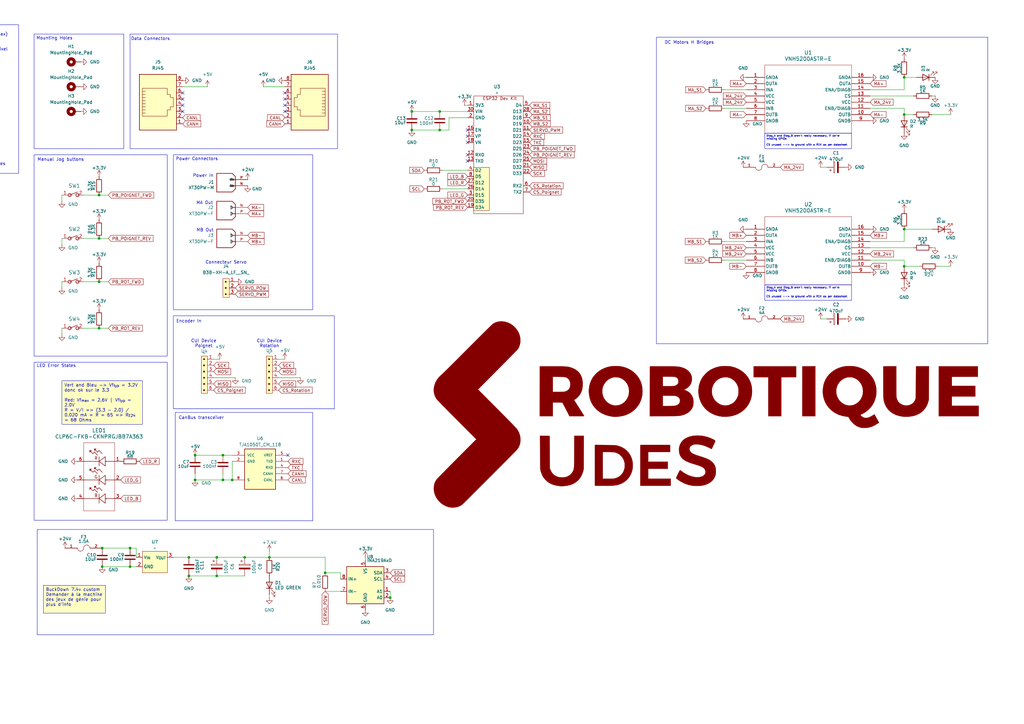
<source format=kicad_sch>
(kicad_sch (version 20231120) (generator "eeschema") (generator_version "8.0")
  (paper "A3")
  (junction (at 77.47 228.6))
  (junction (at 88.9 228.6))
  (junction (at 91.44 196.85))
  (junction (at 370.84 31.75))
  (junction (at 168.91 45.72))
  (junction (at 91.44 186.69))
  (junction (at 88.9 236.22))
  (junction (at 40.64 97.79))
  (junction (at 80.01 196.85))
  (junction (at 110.49 228.6))
  (junction (at 133.35 234.95))
  (junction (at 100.33 228.6))
  (junction (at 53.34 224.79))
  (junction (at 180.34 45.72))
  (junction (at 40.64 134.62))
  (junction (at 370.84 46.99))
  (junction (at 41.91 232.41))
  (junction (at 95.25 196.85))
  (junction (at 160.02 245.11))
  (junction (at 40.64 80.01))
  (junction (at 77.47 236.22))
  (junction (at 370.84 93.98))
  (junction (at 40.64 115.57))
  (junction (at 80.01 186.69))
  (junction (at 168.91 53.34))
  (junction (at 53.34 232.41))
  (junction (at 180.34 53.34))
  (junction (at 41.91 224.79))
  (junction (at 370.84 109.22))
  (no_connect (at 116.84 40.64))
  (no_connect (at 74.93 45.72))
  (no_connect (at 74.93 38.1))
  (no_connect (at 116.84 45.72))
  (no_connect (at 116.84 43.18))
  (no_connect (at 191.77 55.88))
  (no_connect (at 191.77 63.5))
  (no_connect (at 191.77 53.34))
  (no_connect (at 118.11 186.69))
  (no_connect (at 116.84 38.1))
  (no_connect (at 191.77 58.42))
  (no_connect (at 74.93 43.18))
  (no_connect (at 74.93 40.64))
  (no_connect (at 191.77 66.04))
  (wire (pts (xy 370.84 93.98) (xy 382.27 93.98)))
  (wire (pts (xy 116.84 147.32) (xy 114.3 147.32)))
  (wire (pts (xy 80.01 196.85) (xy 91.44 196.85)))
  (wire (pts (xy 184.15 48.26) (xy 184.15 53.34)))
  (wire (pts (xy 370.84 46.99) (xy 370.84 44.45)))
  (wire (pts (xy 123.19 154.94) (xy 114.3 154.94)))
  (wire (pts (xy 297.18 106.68) (xy 306.07 106.68)))
  (wire (pts (xy 53.34 224.79) (xy 55.88 224.79)))
  (wire (pts (xy 77.47 236.22) (xy 88.9 236.22)))
  (wire (pts (xy 91.44 186.69) (xy 95.25 186.69)))
  (wire (pts (xy 90.17 147.32) (xy 87.63 147.32)))
  (wire (pts (xy 40.64 134.62) (xy 34.29 134.62)))
  (wire (pts (xy 370.84 36.83) (xy 356.87 36.83)))
  (wire (pts (xy 41.91 232.41) (xy 53.34 232.41)))
  (wire (pts (xy 25.4 82.55) (xy 25.4 80.01)))
  (wire (pts (xy 370.84 106.68) (xy 356.87 106.68)))
  (wire (pts (xy 383.54 101.6) (xy 382.27 101.6)))
  (wire (pts (xy 110.49 245.11) (xy 110.49 243.84)))
  (wire (pts (xy 370.84 99.06) (xy 356.87 99.06)))
  (wire (pts (xy 297.18 36.83) (xy 306.07 36.83)))
  (wire (pts (xy 107.95 35.56) (xy 116.84 35.56)))
  (wire (pts (xy 297.18 44.45) (xy 306.07 44.45)))
  (wire (pts (xy 25.4 100.33) (xy 25.4 97.79)))
  (wire (pts (xy 74.93 35.56) (xy 85.09 35.56)))
  (wire (pts (xy 389.89 46.99) (xy 382.27 46.99)))
  (wire (pts (xy 95.25 189.23) (xy 95.25 196.85)))
  (wire (pts (xy 40.64 115.57) (xy 34.29 115.57)))
  (wire (pts (xy 370.84 109.22) (xy 377.19 109.22)))
  (wire (pts (xy 25.4 137.16) (xy 25.4 134.62)))
  (wire (pts (xy 383.54 39.37) (xy 382.27 39.37)))
  (wire (pts (xy 44.45 80.01) (xy 40.64 80.01)))
  (wire (pts (xy 139.7 237.49) (xy 139.7 234.95)))
  (wire (pts (xy 375.92 31.75) (xy 370.84 31.75)))
  (wire (pts (xy 184.15 48.26) (xy 191.77 48.26)))
  (wire (pts (xy 180.34 45.72) (xy 191.77 45.72)))
  (wire (pts (xy 139.7 234.95) (xy 133.35 234.95)))
  (wire (pts (xy 88.9 228.6) (xy 100.33 228.6)))
  (wire (pts (xy 40.64 97.79) (xy 44.45 97.79)))
  (wire (pts (xy 370.84 46.99) (xy 374.65 46.99)))
  (wire (pts (xy 53.34 232.41) (xy 55.88 232.41)))
  (wire (pts (xy 181.61 69.85) (xy 191.77 69.85)))
  (wire (pts (xy 370.84 93.98) (xy 370.84 99.06)))
  (wire (pts (xy 133.35 234.95) (xy 133.35 228.6)))
  (wire (pts (xy 110.49 226.06) (xy 110.49 228.6)))
  (wire (pts (xy 389.89 109.22) (xy 384.81 109.22)))
  (wire (pts (xy 168.91 53.34) (xy 180.34 53.34)))
  (wire (pts (xy 336.55 130.81) (xy 339.09 130.81)))
  (wire (pts (xy 133.35 242.57) (xy 139.7 242.57)))
  (wire (pts (xy 160.02 242.57) (xy 160.02 245.11)))
  (wire (pts (xy 100.33 228.6) (xy 110.49 228.6)))
  (wire (pts (xy 77.47 228.6) (xy 88.9 228.6)))
  (wire (pts (xy 80.01 194.31) (xy 80.01 196.85)))
  (wire (pts (xy 41.91 224.79) (xy 53.34 224.79)))
  (wire (pts (xy 55.88 224.79) (xy 55.88 228.6)))
  (wire (pts (xy 40.64 80.01) (xy 34.29 80.01)))
  (wire (pts (xy 44.45 115.57) (xy 40.64 115.57)))
  (wire (pts (xy 356.87 39.37) (xy 374.65 39.37)))
  (wire (pts (xy 91.44 194.31) (xy 91.44 196.85)))
  (wire (pts (xy 336.55 68.58) (xy 339.09 68.58)))
  (wire (pts (xy 356.87 101.6) (xy 374.65 101.6)))
  (wire (pts (xy 370.84 31.75) (xy 370.84 36.83)))
  (wire (pts (xy 110.49 228.6) (xy 133.35 228.6)))
  (wire (pts (xy 149.86 228.6) (xy 149.86 229.87)))
  (wire (pts (xy 71.12 228.6) (xy 77.47 228.6)))
  (wire (pts (xy 181.61 77.47) (xy 191.77 77.47)))
  (wire (pts (xy 168.91 45.72) (xy 180.34 45.72)))
  (wire (pts (xy 34.29 97.79) (xy 40.64 97.79)))
  (wire (pts (xy 25.4 118.11) (xy 25.4 115.57)))
  (wire (pts (xy 180.34 53.34) (xy 184.15 53.34)))
  (wire (pts (xy 88.9 236.22) (xy 100.33 236.22)))
  (wire (pts (xy 91.44 196.85) (xy 95.25 196.85)))
  (wire (pts (xy 297.18 99.06) (xy 306.07 99.06)))
  (wire (pts (xy 80.01 186.69) (xy 91.44 186.69)))
  (wire (pts (xy 96.52 154.94) (xy 87.63 154.94)))
  (wire (pts (xy 370.84 109.22) (xy 370.84 106.68)))
  (wire (pts (xy 370.84 44.45) (xy 356.87 44.45)))
  (wire (pts (xy 44.45 134.62) (xy 40.64 134.62)))
  (wire (pts (xy 190.5 43.18) (xy 191.77 43.18)))
  (rectangle (start 13.97 63.5) (end 68.58 146.05))
  (rectangle (start 53.34 13.97) (end 138.43 60.96))
  (rectangle (start 13.97 148.59) (end 68.58 213.36))
  (rectangle (start 15.24 217.17) (end 177.8 260.35))
  (rectangle (start 269.24 15.24) (end 405.13 140.97))
  (rectangle (start 71.12 63.5) (end 128.27 127))
  (rectangle (start 13.97 13.97) (end 50.8 60.96))
  (rectangle (start 71.882 169.164) (end 128.27 213.614))
  (rectangle (start 71.12 129.54) (end 137.16 167.64))
  (text_box "Vert and Bleu -> Vf_{typ} = 3.2V donc ok sur le 3.3\n\nRed: Vf_{max} = 2.6V | Vf_{typ} = 2.0V\nR = V/I => (3.3 - 2.0) / 0.020 mA = R = 65 => R_{E24} = 68 Ohms\n" (at 25.4 156.21 0) (size 33.02 17.78) (fill (type color) (color 255 255 194 1)) (effects (font (size 1.27 1.27)) (justify left top)))
  (text_box "Features:\n1 Servo motor bilda (Voltage 7.4V, 3A Max)\n - (x) Buck down 24v --> 7.4V 3A\n - (x) Fuse 5A avant reg et 3A après\n - (x) Possibilité de parler à un dynamixel\n\n2 DC Motor ServoCity:638350 (12V, 4A)\n - (x) 2x Full bridges VNH5200ASTR-E\n - (x) 2x CUI devices \n - (x) 2x Fuses 4A\n\nBouton de jog 4 (soft)\n - (x) Poignet left\n - (x) Poignet right\n - (x) Rot left\n - (x) Rot right\n\nStatus LED:\n - (x) Power (Bleu)\n - (x) Warning (Jaune)\n - (x) Error (Rouge)\n\n(x) Shield ESP32 CAN\n(x) Can trans: TJA1050\n(x) Ethernet In/Out\n(x) Mounting Holes\n\n( ) Ajouter des condos (Voir commentaires d'Émile)" (at -40.64 10.16 0) (size 48.26 60.96) (effects (font (size 1.27 1.27)) (justify left top)))
  (text_box "BuckDown 7.4v custom\nDemander à la machine des jeux de génie pour plus d'info" (at 17.78 240.03 0) (size 25.4 11.43) (fill (type color) (color 255 255 194 1)) (effects (font (size 1.27 1.27)) (justify left top)))
  (text_box "Diag_A and Diag_B aren't really necessary, if we're missing GPIOs\n\nCS unused --> to ground with a R1K as per datasheet " (at 313.69 116.84 0) (size 35.56 6.35) (effects (font (size 0.762 0.762)) (justify left top)))
  (text_box "Diag_A and Diag_B aren't really necessary, if we're missing GPIOs\n\nCS unused --> to ground with a R1K as per datasheet " (at 313.69 54.61 0) (size 35.56 6.35) (effects (font (size 0.762 0.762)) (justify left top)))
  (text "Data Connectors" (at 61.722 16.002 0) (effects (font (size 1.27 1.27))))
  (text "CanBus transceiver" (at 82.55 171.45 0) (effects (font (size 1.27 1.27))))
  (text "Connecteur Servo" (at 92.71 107.696 0) (effects (font (size 1.27 1.27))))
  (text "LED Error States" (at 23.114 150.114 0) (effects (font (size 1.27 1.27))))
  (text "Manual Jog buttons" (at 24.892 65.532 0) (effects (font (size 1.27 1.27))))
  (text "Power In\n" (at 87.63 72.136 0) (effects (font (size 1.27 1.27)) (justify right)))
  (text "MB Out" (at 87.63 94.488 0) (effects (font (size 1.27 1.27)) (justify right)))
  (text "CUI Device\nRotation" (at 110.49 140.97 0) (effects (font (size 1.27 1.27))))
  (text "DC Motors H Bridges" (at 282.702 17.526 0) (effects (font (size 1.27 1.27))))
  (text "CUI Device\nPoignet" (at 83.566 140.97 0) (effects (font (size 1.27 1.27))))
  (text "MA Out" (at 87.376 83.312 0) (effects (font (size 1.27 1.27)) (justify right)))
  (text "Encoder In" (at 77.47 131.826 0) (effects (font (size 1.27 1.27))))
  (text "Power Connectors" (at 80.772 65.278 0) (effects (font (size 1.27 1.27))))
  (text "Mounting Holes" (at 22.352 15.748 0) (effects (font (size 1.27 1.27))))
  (global_label "PB_ROT_FWD" (shape input) (at 191.77 82.55 180) (property "Intersheetrefs" "${INTERSHEET_REFS}" (effects (hide yes))))
  (global_label "MB-" (shape input) (at 356.87 109.22 0) (property "Intersheetrefs" "${INTERSHEET_REFS}" (effects (hide yes))))
  (global_label "MB-" (shape input) (at 101.6 96.52 0) (property "Intersheetrefs" "${INTERSHEET_REFS}" (effects (hide yes))))
  (global_label "MOSI" (shape input) (at 114.3 152.4 0) (property "Intersheetrefs" "${INTERSHEET_REFS}" (effects (hide yes))))
  (global_label "MA_24V" (shape input) (at 306.07 39.37 180) (property "Intersheetrefs" "${INTERSHEET_REFS}" (effects (hide yes))))
  (global_label "SCL" (shape input) (at 173.99 77.47 180) (property "Intersheetrefs" "${INTERSHEET_REFS}" (effects (hide yes))))
  (global_label "CS_Rotation" (shape input) (at 114.3 160.02 0) (property "Intersheetrefs" "${INTERSHEET_REFS}" (effects (hide yes))))
  (global_label "MA-" (shape input) (at 101.6 85.09 0) (property "Intersheetrefs" "${INTERSHEET_REFS}" (effects (hide yes))))
  (global_label "LED_R" (shape input) (at 57.15 189.23 0) (property "Intersheetrefs" "${INTERSHEET_REFS}" (effects (hide yes))))
  (global_label "MB_S2" (shape input) (at 289.56 106.68 180) (property "Intersheetrefs" "${INTERSHEET_REFS}" (effects (hide yes))))
  (global_label "SCK" (shape input) (at 217.17 71.12 0) (property "Intersheetrefs" "${INTERSHEET_REFS}" (effects (hide yes))))
  (global_label "MA_S1" (shape input) (at 217.17 43.18 0) (property "Intersheetrefs" "${INTERSHEET_REFS}" (effects (hide yes))))
  (global_label "PB_ROT_REV" (shape input) (at 191.77 85.09 180) (property "Intersheetrefs" "${INTERSHEET_REFS}" (effects (hide yes))))
  (global_label "MA_24V" (shape input) (at 320.04 68.58 0) (property "Intersheetrefs" "${INTERSHEET_REFS}" (effects (hide yes))))
  (global_label "PB_POIGNET_REV" (shape input) (at 44.45 97.79 0) (property "Intersheetrefs" "${INTERSHEET_REFS}" (effects (hide yes))))
  (global_label "MA+" (shape input) (at 356.87 34.29 0) (property "Intersheetrefs" "${INTERSHEET_REFS}" (effects (hide yes))))
  (global_label "PB_POIGNET_FWD" (shape input) (at 44.45 80.01 0) (property "Intersheetrefs" "${INTERSHEET_REFS}" (effects (hide yes))))
  (global_label "MOSI" (shape input) (at 217.17 66.04 0) (property "Intersheetrefs" "${INTERSHEET_REFS}" (effects (hide yes))))
  (global_label "SCK" (shape input) (at 87.63 149.86 0) (property "Intersheetrefs" "${INTERSHEET_REFS}" (effects (hide yes))))
  (global_label "SDA" (shape input) (at 173.99 69.85 180) (property "Intersheetrefs" "${INTERSHEET_REFS}" (effects (hide yes))))
  (global_label "CS_Poignet" (shape input) (at 217.17 78.74 0) (property "Intersheetrefs" "${INTERSHEET_REFS}" (effects (hide yes))))
  (global_label "LED_B" (shape input) (at 191.77 72.39 180) (property "Intersheetrefs" "${INTERSHEET_REFS}" (effects (hide yes))))
  (global_label "MA_24V" (shape input) (at 306.07 41.91 180) (property "Intersheetrefs" "${INTERSHEET_REFS}" (effects (hide yes))))
  (global_label "CANH" (shape input) (at 116.84 50.8 180) (property "Intersheetrefs" "${INTERSHEET_REFS}" (effects (hide yes))))
  (global_label "MB_24V" (shape input) (at 320.04 130.81 0) (property "Intersheetrefs" "${INTERSHEET_REFS}" (effects (hide yes))))
  (global_label "SERVO_POW" (shape input) (at 96.52 118.11 0) (property "Intersheetrefs" "${INTERSHEET_REFS}" (effects (hide yes))))
  (global_label "PB_ROT_FWD" (shape input) (at 44.45 115.57 0) (property "Intersheetrefs" "${INTERSHEET_REFS}" (effects (hide yes))))
  (global_label "PB_ROT_REV" (shape input) (at 44.45 134.62 0) (property "Intersheetrefs" "${INTERSHEET_REFS}" (effects (hide yes))))
  (global_label "MOSI" (shape input) (at 87.63 152.4 0) (property "Intersheetrefs" "${INTERSHEET_REFS}" (effects (hide yes))))
  (global_label "CANH" (shape input) (at 74.93 50.8 0) (property "Intersheetrefs" "${INTERSHEET_REFS}" (effects (hide yes))))
  (global_label "LED_B" (shape input) (at 49.53 204.47 0) (property "Intersheetrefs" "${INTERSHEET_REFS}" (effects (hide yes))))
  (global_label "CS_Poignet" (shape input) (at 87.63 160.02 0) (property "Intersheetrefs" "${INTERSHEET_REFS}" (effects (hide yes))))
  (global_label "SCL" (shape input) (at 160.02 237.49 0) (property "Intersheetrefs" "${INTERSHEET_REFS}" (effects (hide yes))))
  (global_label "MA+" (shape input) (at 101.6 87.63 0) (property "Intersheetrefs" "${INTERSHEET_REFS}" (effects (hide yes))))
  (global_label "CANL" (shape input) (at 118.11 196.85 0) (property "Intersheetrefs" "${INTERSHEET_REFS}" (effects (hide yes))))
  (global_label "MB_24V" (shape input) (at 356.87 104.14 0) (property "Intersheetrefs" "${INTERSHEET_REFS}" (effects (hide yes))))
  (global_label "RXC" (shape input) (at 217.17 55.88 0) (property "Intersheetrefs" "${INTERSHEET_REFS}" (effects (hide yes))))
  (global_label "MISO" (shape input) (at 217.17 68.58 0) (property "Intersheetrefs" "${INTERSHEET_REFS}" (effects (hide yes))))
  (global_label "CANH" (shape input) (at 118.11 194.31 0) (property "Intersheetrefs" "${INTERSHEET_REFS}" (effects (hide yes))))
  (global_label "MB_S1" (shape input) (at 217.17 48.26 0) (property "Intersheetrefs" "${INTERSHEET_REFS}" (effects (hide yes))))
  (global_label "MB_S1" (shape input) (at 289.56 99.06 180) (property "Intersheetrefs" "${INTERSHEET_REFS}" (effects (hide yes))))
  (global_label "MA_S2" (shape input) (at 217.17 45.72 0) (property "Intersheetrefs" "${INTERSHEET_REFS}" (effects (hide yes))))
  (global_label "MB-" (shape input) (at 306.07 109.22 180) (property "Intersheetrefs" "${INTERSHEET_REFS}" (effects (hide yes))))
  (global_label "LED_G" (shape input) (at 49.53 196.85 0) (property "Intersheetrefs" "${INTERSHEET_REFS}" (effects (hide yes))))
  (global_label "LED_G" (shape input) (at 191.77 80.01 180) (property "Intersheetrefs" "${INTERSHEET_REFS}" (effects (hide yes))))
  (global_label "PB_POIGNET_REV" (shape input) (at 217.17 63.5 0) (property "Intersheetrefs" "${INTERSHEET_REFS}" (effects (hide yes))))
  (global_label "CS_Rotation" (shape input) (at 217.17 76.2 0) (property "Intersheetrefs" "${INTERSHEET_REFS}" (effects (hide yes))))
  (global_label "SERVO_POW" (shape input) (at 133.35 242.57 270) (property "Intersheetrefs" "${INTERSHEET_REFS}" (effects (hide yes))))
  (global_label "MA-" (shape input) (at 356.87 46.99 0) (property "Intersheetrefs" "${INTERSHEET_REFS}" (effects (hide yes))))
  (global_label "CANL" (shape input) (at 116.84 48.26 180) (property "Intersheetrefs" "${INTERSHEET_REFS}" (effects (hide yes))))
  (global_label "MB_24V" (shape input) (at 306.07 101.6 180) (property "Intersheetrefs" "${INTERSHEET_REFS}" (effects (hide yes))))
  (global_label "SERVO_PWM" (shape input) (at 96.52 120.65 0) (property "Intersheetrefs" "${INTERSHEET_REFS}" (effects (hide yes))))
  (global_label "MB_S2" (shape input) (at 217.17 50.8 0) (property "Intersheetrefs" "${INTERSHEET_REFS}" (effects (hide yes))))
  (global_label "MA_24V" (shape input) (at 356.87 41.91 0) (property "Intersheetrefs" "${INTERSHEET_REFS}" (effects (hide yes))))
  (global_label "PB_POIGNET_FWD" (shape input) (at 217.17 60.96 0) (property "Intersheetrefs" "${INTERSHEET_REFS}" (effects (hide yes))))
  (global_label "MB+" (shape input) (at 306.07 96.52 180) (property "Intersheetrefs" "${INTERSHEET_REFS}" (effects (hide yes))))
  (global_label "MA+" (shape input) (at 306.07 34.29 180) (property "Intersheetrefs" "${INTERSHEET_REFS}" (effects (hide yes))))
  (global_label "MB+" (shape input) (at 101.6 99.06 0) (property "Intersheetrefs" "${INTERSHEET_REFS}" (effects (hide yes))))
  (global_label "RXC" (shape input) (at 118.11 189.23 0) (property "Intersheetrefs" "${INTERSHEET_REFS}" (effects (hide yes))))
  (global_label "MISO" (shape input) (at 87.63 157.48 0) (property "Intersheetrefs" "${INTERSHEET_REFS}" (effects (hide yes))))
  (global_label "MB_24V" (shape input) (at 306.07 104.14 180) (property "Intersheetrefs" "${INTERSHEET_REFS}" (effects (hide yes))))
  (global_label "MA_S2" (shape input) (at 289.56 44.45 180) (property "Intersheetrefs" "${INTERSHEET_REFS}" (effects (hide yes))))
  (global_label "SERVO_PWM" (shape input) (at 217.17 53.34 0) (property "Intersheetrefs" "${INTERSHEET_REFS}" (effects (hide yes))))
  (global_label "SDA" (shape input) (at 160.02 234.95 0) (property "Intersheetrefs" "${INTERSHEET_REFS}" (effects (hide yes))))
  (global_label "MISO" (shape input) (at 114.3 157.48 0) (property "Intersheetrefs" "${INTERSHEET_REFS}" (effects (hide yes))))
  (global_label "LED_R" (shape input) (at 191.77 74.93 180) (property "Intersheetrefs" "${INTERSHEET_REFS}" (effects (hide yes))))
  (global_label "CANL" (shape input) (at 74.93 48.26 0) (property "Intersheetrefs" "${INTERSHEET_REFS}" (effects (hide yes))))
  (global_label "TXC" (shape input) (at 217.17 58.42 0) (property "Intersheetrefs" "${INTERSHEET_REFS}" (effects (hide yes))))
  (global_label "MA_S1" (shape input) (at 289.56 36.83 180) (property "Intersheetrefs" "${INTERSHEET_REFS}" (effects (hide yes))))
  (global_label "TXC" (shape input) (at 118.11 191.77 0) (property "Intersheetrefs" "${INTERSHEET_REFS}" (effects (hide yes))))
  (global_label "SCK" (shape input) (at 114.3 149.86 0) (property "Intersheetrefs" "${INTERSHEET_REFS}" (effects (hide yes))))
  (global_label "MA-" (shape input) (at 306.07 46.99 180) (property "Intersheetrefs" "${INTERSHEET_REFS}" (effects (hide yes))))
  (global_label "MB+" (shape input) (at 356.87 96.52 0) (property "Intersheetrefs" "${INTERSHEET_REFS}" (effects (hide yes))))
  (symbol (lib_id "power:+3.3V") (at 40.64 90.17 0) (unit 1)
    (property "Reference" "#PWR045" (effects (hide yes)))
    (property "Value" "+3.3V" (at 40.64 86.614 0))
    (property "Description" "Power symbol creates a global label with name \"+3.3V\"" (effects (hide yes)))
  )
  (symbol (lib_id "power:+3.3V") (at 370.84 24.13 0) (unit 1)
    (property "Reference" "#PWR018" (effects (hide yes)))
    (property "Value" "+3.3V" (at 370.84 20.574 0))
    (property "Description" "Power symbol creates a global label with name \"+3.3V\"" (effects (hide yes)))
  )
  (symbol (lib_id "Connector:RJ45") (at 64.77 43.18 0) (unit 1)
    (property "Reference" "J5" (at 64.77 25.4 0))
    (property "Value" "RJ45" (at 64.77 27.94 0))
    (property "Footprint" "54601-908WPLF:AMPHENOL_54601-908WPLF" (effects (hide yes)))
    (property "Description" "RJ connector, 8P8C (8 positions 8 connected)" (effects (hide yes)))
  )
  (symbol (lib_id "Device:R") (at 40.64 111.76 0) (mirror x) (unit 1)
    (property "Reference" "R17" (at 38.354 111.76 90))
    (property "Value" "3.3K" (at 36.83 111.76 90))
    (property "Footprint" "Resistor_SMD:R_0805_2012Metric_Pad1.20x1.40mm_HandSolder" (effects (hide yes)))
    (property "Description" "Resistor" (effects (hide yes)))
  )
  (symbol (lib_id "Device:R") (at 378.46 46.99 270) (unit 1)
    (property "Reference" "R9" (at 378.46 50.546 90))
    (property "Value" "3.3K" (at 378.46 49.022 90))
    (property "Footprint" "Resistor_SMD:R_0805_2012Metric_Pad1.20x1.40mm_HandSolder" (effects (hide yes)))
    (property "Description" "Resistor" (effects (hide yes)))
  )
  (symbol (lib_id "power:GND") (at 383.54 39.37 0) (unit 1)
    (property "Reference" "#PWR012" (effects (hide yes)))
    (property "Value" "GND" (at 381.508 43.18 0) (effects (justify left)))
    (property "Description" "Power symbol creates a global label with name \"GND\" , ground" (effects (hide yes)))
  )
  (symbol (lib_id "Device:C") (at 168.91 49.53 0) (unit 1)
    (property "Reference" "C13" (at 162.56 48.514 0) (effects (justify left)))
    (property "Value" "10uF" (at 161.798 50.292 0) (effects (justify left)))
    (property "Footprint" "Capacitor_SMD:C_0805_2012Metric_Pad1.18x1.45mm_HandSolder" (effects (hide yes)))
    (property "Description" "Unpolarized capacitor" (effects (hide yes)))
  )
  (symbol (lib_id "power:GND") (at 31.75 204.47 270) (unit 1)
    (property "Reference" "#PWR034" (effects (hide yes)))
    (property "Value" "GND" (at 27.94 204.4699 90) (effects (justify right)))
    (property "Description" "Power symbol creates a global label with name \"GND\" , ground" (effects (hide yes)))
  )
  (symbol (lib_id "power:GND") (at 80.01 196.85 0) (unit 1)
    (property "Reference" "#PWR019" (effects (hide yes)))
    (property "Value" "GND" (at 82.55 198.1199 0) (effects (justify left)))
    (property "Description" "Power symbol creates a global label with name \"GND\" , ground" (effects (hide yes)))
  )
  (symbol (lib_id "Device:R") (at 133.35 238.76 180) (unit 1)
    (property "Reference" "R7" (at 129.032 241.3 90) (effects (justify right)))
    (property "Value" "0.010" (at 130.81 241.3 90) (effects (justify right)))
    (property "Footprint" "Resistor_SMD:R_1206_3216Metric_Pad1.30x1.75mm_HandSolder" (effects (hide yes)))
    (property "Description" "Resistor" (effects (hide yes)))
  )
  (symbol (lib_id "Device:R") (at 110.49 232.41 0) (unit 1)
    (property "Reference" "R20" (at 114.046 232.41 90))
    (property "Value" "1K" (at 112.522 232.41 90))
    (property "Footprint" "Resistor_SMD:R_0805_2012Metric_Pad1.20x1.40mm_HandSolder" (effects (hide yes)))
    (property "Description" "Resistor" (effects (hide yes)))
  )
  (symbol (lib_id "VNH5200ASTR_E:VNH5200ASTR-E") (at 306.07 31.75 0) (unit 1)
    (property "Reference" "U1" (at 331.47 21.59 0) (effects (font (size 1.524 1.524))))
    (property "Value" "VNH5200ASTR-E" (at 331.47 24.13 0) (effects (font (size 1.524 1.524))))
    (property "Footprint" "VNH5200ASTR_E:SO_200AS-E_STM" (effects (hide yes)))
    (property "Datasheet" "VNH5200ASTR-E" (effects (hide yes)))
  )
  (symbol (lib_id "Device:R") (at 381 109.22 270) (unit 1)
    (property "Reference" "R24" (at 381 112.776 90))
    (property "Value" "3.3K" (at 381 111.252 90))
    (property "Footprint" "Resistor_SMD:R_0805_2012Metric_Pad1.20x1.40mm_HandSolder" (effects (hide yes)))
    (property "Description" "Resistor" (effects (hide yes)))
  )
  (symbol (lib_id "Device:C") (at 91.44 190.5 0) (unit 1)
    (property "Reference" "C3" (at 86.36 189.484 0) (effects (justify left)))
    (property "Value" "100nf" (at 83.058 191.262 0) (effects (justify left)))
    (property "Footprint" "Capacitor_SMD:C_0805_2012Metric_Pad1.18x1.45mm_HandSolder" (effects (hide yes)))
    (property "Description" "Unpolarized capacitor" (effects (hide yes)))
  )
  (symbol (lib_id "power:GND") (at 306.07 31.75 270) (unit 1)
    (property "Reference" "#PWR01" (effects (hide yes)))
    (property "Value" "GND" (at 304.8 27.94 90))
    (property "Description" "Power symbol creates a global label with name \"GND\" , ground" (effects (hide yes)))
  )
  (symbol (lib_id "Device:C_Polarized") (at 88.9 232.41 0) (unit 1)
    (property "Reference" "C6" (at 95.25 232.41 90))
    (property "Value" "100uF" (at 92.71 232.41 90))
    (property "Footprint" "Capacitor_THT:CP_Radial_D5.0mm_P2.00mm" (effects (hide yes)))
    (property "Description" "ESK107M025AC3AA" (effects (hide yes)))
  )
  (symbol (lib_id "Sensor_Energy:INA219AxD") (at 149.86 240.03 0) (unit 1)
    (property "Reference" "U8" (at 150.368 228.346 0) (effects (justify left)))
    (property "Value" "INA219AxD" (at 150.5301 229.87 0) (effects (justify left)))
    (property "Footprint" "Package_SO:SOIC-8_3.9x4.9mm_P1.27mm" (effects (hide yes)))
    (property "Datasheet" "http://www.ti.com/lit/ds/symlink/ina219.pdf" (effects (hide yes)))
    (property "Description" "Zero-Drift, Bidirectional Current/Power Monitor (0-26V) With I2C Interface, SOIC-8" (effects (hide yes)))
  )
  (symbol (lib_id "Device:R") (at 40.64 93.98 180) (unit 1)
    (property "Reference" "R16" (at 36.83 93.98 90))
    (property "Value" "3.3K" (at 38.354 93.98 90))
    (property "Footprint" "Resistor_SMD:R_0805_2012Metric_Pad1.20x1.40mm_HandSolder" (effects (hide yes)))
    (property "Description" "Resistor" (effects (hide yes)))
  )
  (symbol (lib_id "power:+7.5V") (at 80.01 186.69 0) (unit 1)
    (property "Reference" "#PWR052" (effects (hide yes)))
    (property "Value" "+5V" (at 80.01 183.134 0))
    (property "Description" "Power symbol creates a global label with name \"+7.5V\"" (effects (hide yes)))
  )
  (symbol (lib_id "Device:LED") (at 110.49 240.03 90) (unit 1)
    (property "Reference" "D1" (at 112.776 239.014 90) (effects (justify right)))
    (property "Value" "LED GREEN" (at 112.776 241.046 90) (effects (justify right)))
    (property "Footprint" "LED_SMD:LED_0805_2012Metric_Pad1.15x1.40mm_HandSolder" (effects (hide yes)))
    (property "Datasheet" "https://www.we-online.com/components/products/datasheet/150080VS75000.pdf" (effects (hide yes)))
    (property "Description" "Light emitting diode | 150080VS75000" (effects (hide yes)))
  )
  (symbol (lib_id "Device:R") (at 40.64 130.81 0) (mirror x) (unit 1)
    (property "Reference" "R18" (at 38.354 130.81 90))
    (property "Value" "3.3K" (at 36.83 130.81 90))
    (property "Footprint" "Resistor_SMD:R_0805_2012Metric_Pad1.20x1.40mm_HandSolder" (effects (hide yes)))
    (property "Description" "Resistor" (effects (hide yes)))
  )
  (symbol (lib_id "2024-03-24_22-35-17:TS09-63-25-WT-160-SMT-TR") (at 24.13 134.62 0) (unit 1)
    (property "Reference" "SW4" (at 30.48 130.81 0) (effects (font (size 1.524 1.524))))
    (property "Value" "TS09-63-25-WT-160-SMT-TR" (effects (hide yes)))
    (property "Footprint" "TS09_63_25_WT_160_SMT_TR:SW_TS09-63-25_CUD" (effects (hide yes)))
    (property "Datasheet" "TS09-63-25-WT-160-SMT-TR" (effects (hide yes)))
  )
  (symbol (lib_id "power:GND") (at 160.02 245.11 0) (unit 1)
    (property "Reference" "#PWR064" (effects (hide yes)))
    (property "Value" "GND" (at 160.02 250.19 0))
    (property "Description" "Power symbol creates a global label with name \"GND\" , ground" (effects (hide yes)))
  )
  (symbol (lib_id "power:+24V") (at 26.67 224.79 0) (unit 1)
    (property "Reference" "#PWR066" (effects (hide yes)))
    (property "Value" "+24V" (at 26.67 220.98 0))
    (property "Description" "Power symbol creates a global label with name \"+24V\"" (effects (hide yes)))
  )
  (symbol (lib_id "power:GND") (at 33.02 45.72 90) (unit 1)
    (property "Reference" "#PWR024" (effects (hide yes)))
    (property "Value" "GND" (at 36.83 45.7199 90) (effects (justify right)))
    (property "Description" "Power symbol creates a global label with name \"GND\" , ground" (effects (hide yes)))
  )
  (symbol (lib_id "Device:R") (at 293.37 44.45 90) (unit 1)
    (property "Reference" "R2" (at 293.37 40.894 90))
    (property "Value" "1K" (at 293.37 42.418 90))
    (property "Footprint" "Resistor_SMD:R_0805_2012Metric_Pad1.20x1.40mm_HandSolder" (effects (hide yes)))
    (property "Description" "Resistor" (effects (hide yes)))
  )
  (symbol (lib_id "power:+3.3V") (at 190.5 43.18 0) (unit 1)
    (property "Reference" "#PWR043" (effects (hide yes)))
    (property "Value" "+3.3V" (at 190.5 39.624 0))
    (property "Description" "Power symbol creates a global label with name \"+3.3V\"" (effects (hide yes)))
  )
  (symbol (lib_id "power:GND") (at 306.07 111.76 0) (unit 1)
    (property "Reference" "#PWR07" (effects (hide yes)))
    (property "Value" "GND" (at 308.61 113.0299 0) (effects (justify left)))
    (property "Description" "Power symbol creates a global label with name \"GND\" , ground" (effects (hide yes)))
  )
  (symbol (lib_id "power:+24V") (at 304.8 68.58 0) (unit 1)
    (property "Reference" "#PWR040" (effects (hide yes)))
    (property "Value" "+24V" (at 304.8 64.77 0))
    (property "Description" "Power symbol creates a global label with name \"+24V\"" (effects (hide yes)))
  )
  (symbol (lib_id "power:+5V") (at 85.09 35.56 0) (unit 1)
    (property "Reference" "#PWR025" (effects (hide yes)))
    (property "Value" "+5V" (at 85.09 30.48 0))
    (property "Description" "Power symbol creates a global label with name \"+5V\"" (effects (hide yes)))
  )
  (symbol (lib_id "Custom:JST6_Pins") (at 111.76 146.05 270) (unit 1)
    (property "Reference" "U5" (at 110.49 143.764 90))
    (property "Value" "~" (at 110.49 144.78 90))
    (property "Footprint" "Connector_JST:JST_XH_B6B-XH-AM_1x06_P2.50mm_Vertical" (effects (hide yes)))
  )
  (symbol (lib_id "Device:LED") (at 370.84 50.8 90) (unit 1)
    (property "Reference" "D2" (at 373.126 49.784 90) (effects (justify right)))
    (property "Value" "R" (at 373.126 51.816 90) (effects (justify right)))
    (property "Footprint" "LED_SMD:LED_0805_2012Metric_Pad1.15x1.40mm_HandSolder" (effects (hide yes)))
    (property "Datasheet" "https://www.we-online.com/components/products/datasheet/150080VS75000.pdf" (effects (hide yes)))
    (property "Description" "Light emitting diode | 150080VS75000" (effects (hide yes)))
  )
  (symbol (lib_id "power:+5V") (at 107.95 35.56 0) (unit 1)
    (property "Reference" "#PWR041" (effects (hide yes)))
    (property "Value" "+5V" (at 107.95 30.48 0))
    (property "Description" "Power symbol creates a global label with name \"+5V\"" (effects (hide yes)))
  )
  (symbol (lib_id "Device:R") (at 378.46 39.37 90) (unit 1)
    (property "Reference" "R5" (at 378.46 35.814 90))
    (property "Value" "1K" (at 378.46 37.338 90))
    (property "Footprint" "Resistor_SMD:R_0805_2012Metric_Pad1.20x1.40mm_HandSolder" (effects (hide yes)))
    (property "Description" "Resistor" (effects (hide yes)))
  )
  (symbol (lib_id "Device:R") (at 177.8 69.85 90) (unit 1)
    (property "Reference" "R10" (at 177.8 66.04 90))
    (property "Value" "0" (at 177.8 67.818 90))
    (property "Footprint" "Resistor_SMD:R_0805_2012Metric_Pad1.20x1.40mm_HandSolder" (effects (hide yes)))
    (property "Description" "Resistor" (effects (hide yes)))
  )
  (symbol (lib_id "power:GND") (at 149.86 250.19 0) (unit 1)
    (property "Reference" "#PWR063" (effects (hide yes)))
    (property "Value" "GND" (at 149.86 255.27 0))
    (property "Description" "Power symbol creates a global label with name \"GND\" , ground" (effects (hide yes)))
  )
  (symbol (lib_id "power:GND") (at 96.52 115.57 90) (unit 1)
    (property "Reference" "#PWR015" (effects (hide yes)))
    (property "Value" "GND" (at 100.33 115.5699 90) (effects (justify right)))
    (property "Description" "Power symbol creates a global label with name \"GND\" , ground" (effects (hide yes)))
  )
  (symbol (lib_id "XT30PW-F:XT30PW-F") (at 96.52 87.63 0) (mirror x) (unit 1)
    (property "Reference" "J2" (at 87.63 85.0899 0) (effects (justify right)))
    (property "Value" "XT30PW-F" (at 87.63 87.6299 0) (effects (justify right)))
    (property "Footprint" "XT30PW-F:AMASS_XT30PW-F" (effects (hide yes)))
    (property "MF" "amass" (effects (hide yes)))
    (property "MAXIMUM_PACKAGE_HEIGHT" "5 mm" (effects (hide yes)))
    (property "Package" "None" (effects (hide yes)))
    (property "Price" "None" (effects (hide yes)))
    (property "Check_prices" "https://www.snapeda.com/parts/XT30PW-F/AMASS/view-part/?ref=eda" (effects (hide yes)))
    (property "STANDARD" "Manufacturer Recommendations" (effects (hide yes)))
    (property "PARTREV" "1.2" (effects (hide yes)))
    (property "SnapEDA_Link" "https://www.snapeda.com/parts/XT30PW-F/AMASS/view-part/?ref=snap" (effects (hide yes)))
    (property "MP" "XT30PW-F" (effects (hide yes)))
    (property "Description_1" "\nSocket; DC supply; XT30; female; PIN: 2; on PCBs; THT; yellow; 15A\n" (effects (hide yes)))
    (property "MANUFACTURER" "Amass" (effects (hide yes)))
    (property "Availability" "Not in stock" (effects (hide yes)))
    (property "SNAPEDA_PN" "XT30PW-F" (effects (hide yes)))
  )
  (symbol (lib_id "Custom:REG_7.4V") (at 63.5 226.06 0) (unit 1)
    (property "Reference" "U7" (at 63.5 222.25 0))
    (property "Value" "~" (at 63.5 224.79 0))
    (property "Footprint" "Custom:REG_7.4V" (effects (hide yes)))
    (property "Description" "Regulateur 7.4V, 3A, 6s. Fait par Émile Renaud (Promo 66)" (effects (hide yes)))
  )
  (symbol (lib_id "Custom:BK30-200-SI") (at 312.42 128.27 0) (unit 1)
    (property "Reference" "F2" (at 312.42 126.492 0))
    (property "Value" "4A" (at 312.42 128.27 0))
    (property "Footprint" "Custom:3425L200_60MR" (effects (hide yes)))
    (property "Description" "3425L200/60MR" (effects (hide yes)))
  )
  (symbol (lib_id "power:+3.3V") (at 370.84 86.36 0) (unit 1)
    (property "Reference" "#PWR055" (effects (hide yes)))
    (property "Value" "+3.3V" (at 370.84 82.804 0))
    (property "Description" "Power symbol creates a global label with name \"+3.3V\"" (effects (hide yes)))
  )
  (symbol (lib_id "Device:C") (at 53.34 228.6 0) (unit 1)
    (property "Reference" "C9" (at 48.26 227.584 0) (effects (justify left)))
    (property "Value" "100nf" (at 44.958 229.362 0) (effects (justify left)))
    (property "Footprint" "Capacitor_SMD:C_0805_2012Metric_Pad1.18x1.45mm_HandSolder" (effects (hide yes)))
    (property "Description" "Unpolarized capacitor" (effects (hide yes)))
  )
  (symbol (lib_id "Connector:RJ45") (at 127 43.18 0) (mirror y) (unit 1)
    (property "Reference" "J6" (at 127 25.4 0))
    (property "Value" "RJ45" (at 127 27.94 0))
    (property "Footprint" "54601-908WPLF:AMPHENOL_54601-908WPLF" (effects (hide yes)))
    (property "Description" "RJ connector, 8P8C (8 positions 8 connected)" (effects (hide yes)))
  )
  (symbol (lib_id "power:+7.5V") (at 110.49 226.06 0) (unit 1)
    (property "Reference" "#PWR038" (effects (hide yes)))
    (property "Value" "+7.4V" (at 110.49 222.504 0))
    (property "Description" "Power symbol creates a global label with name \"+7.5V\"" (effects (hide yes)))
  )
  (symbol (lib_id "Device:R") (at 293.37 36.83 90) (unit 1)
    (property "Reference" "R1" (at 293.37 33.274 90))
    (property "Value" "1K" (at 293.37 34.798 90))
    (property "Footprint" "Resistor_SMD:R_0805_2012Metric_Pad1.20x1.40mm_HandSolder" (effects (hide yes)))
    (property "Description" "Resistor" (effects (hide yes)))
  )
  (symbol (lib_id "Device:C") (at 180.34 49.53 0) (unit 1)
    (property "Reference" "C12" (at 173.99 48.514 0) (effects (justify left)))
    (property "Value" "100nF" (at 171.958 50.546 0) (effects (justify left)))
    (property "Footprint" "Capacitor_SMD:C_0805_2012Metric_Pad1.18x1.45mm_HandSolder" (effects (hide yes)))
    (property "Description" "Unpolarized capacitor" (effects (hide yes)))
  )
  (symbol (lib_id "TJA1050T_CM_118:TJA1050T_CM_118") (at 106.68 191.77 0) (unit 1)
    (property "Reference" "U6" (at 106.68 179.832 0))
    (property "Value" "TJA1050T_CM_118" (at 106.68 182.372 0))
    (property "Footprint" "TJA1050T_CM_118:SOIC127P600X175-8N" (effects (hide yes)))
    (property "PARTREV" "4" (effects (hide yes)))
    (property "STANDARD" "IPC 7351B" (effects (hide yes)))
    (property "MAXIMUM_PACKAGE_HEIGHT" "1.75 mm" (effects (hide yes)))
    (property "MANUFACTURER" "NXP USA" (effects (hide yes)))
  )
  (symbol (lib_id "Mechanical:MountingHole_Pad") (at 30.48 25.4 90) (unit 1) (exclude_from_sim yes) (in_bom no)
    (property "Reference" "H1" (at 29.21 19.05 90))
    (property "Value" "MountingHole_Pad" (at 29.21 21.59 90))
    (property "Footprint" "MountingHole:MountingHole_3.2mm_M3_DIN965_Pad_TopBottom" (effects (hide yes)))
    (property "Description" "Mounting Hole with connection" (effects (hide yes)))
  )
  (symbol (lib_id "power:+7.5V") (at 116.84 147.32 0) (unit 1)
    (property "Reference" "#PWR051" (effects (hide yes)))
    (property "Value" "+5V" (at 116.84 143.764 0))
    (property "Description" "Power symbol creates a global label with name \"+7.5V\"" (effects (hide yes)))
  )
  (symbol (lib_id "power:+3.3V") (at 40.64 72.39 0) (unit 1)
    (property "Reference" "#PWR044" (effects (hide yes)))
    (property "Value" "+3.3V" (at 40.64 68.834 0))
    (property "Description" "Power symbol creates a global label with name \"+3.3V\"" (effects (hide yes)))
  )
  (symbol (lib_id "XT30PW-M:XT30PW-M") (at 96.52 73.66 0) (unit 1)
    (property "Reference" "J1" (at 86.614 74.676 0))
    (property "Value" "XT30PW-M" (at 82.55 76.962 0))
    (property "Footprint" "XT30PW-M:AMASS_XT30PW-M" (effects (hide yes)))
    (property "MF" "AMASS" (effects (hide yes)))
    (property "MAXIMUM_PACKAGE_HEIGHT" "5 mm" (effects (hide yes)))
    (property "Package" "None" (effects (hide yes)))
    (property "Price" "None" (effects (hide yes)))
    (property "Check_prices" "https://www.snapeda.com/parts/XT30PW-M/AMASS/view-part/?ref=eda" (effects (hide yes)))
    (property "STANDARD" "Manufacturer Recommendations" (effects (hide yes)))
    (property "PARTREV" "1.2" (effects (hide yes)))
    (property "SnapEDA_Link" "https://www.snapeda.com/parts/XT30PW-M/AMASS/view-part/?ref=snap" (effects (hide yes)))
    (property "MP" "XT30PW-M" (effects (hide yes)))
    (property "Description_1" "\nSocket; DC supply; XT30; male; PIN: 2; on PCBs; THT; Colour: yellow\n" (effects (hide yes)))
    (property "MANUFACTURER" "Amass" (effects (hide yes)))
    (property "Availability" "Not in stock" (effects (hide yes)))
    (property "SNAPEDA_PN" "XT30PW-M" (effects (hide yes)))
  )
  (symbol (lib_id "power:GND") (at 370.84 54.61 0) (unit 1)
    (property "Reference" "#PWR058" (effects (hide yes)))
    (property "Value" "GND" (at 370.84 59.69 0))
    (property "Description" "Power symbol creates a global label with name \"GND\" , ground" (effects (hide yes)))
  )
  (symbol (lib_id "power:GND") (at 346.71 130.81 90) (unit 1)
    (property "Reference" "#PWR011" (effects (hide yes)))
    (property "Value" "GND" (at 350.52 130.8099 90) (effects (justify right)))
    (property "Description" "Power symbol creates a global label with name \"GND\" , ground" (effects (hide yes)))
  )
  (symbol (lib_id "Custom:ESP32-DEVKIT") (at 204.47 39.37 0) (unit 1)
    (property "Reference" "U3" (at 203.835 35.56 0))
    (property "Value" "~" (at 203.835 38.1 0))
    (property "Footprint" "ESP32-DEVKIT-V1:MODULE_ESP32_DEVKIT_V1" (effects (hide yes)))
  )
  (symbol (lib_id "power:+5V") (at 90.17 147.32 0) (unit 1)
    (property "Reference" "#PWR050" (effects (hide yes)))
    (property "Value" "+5V" (at 90.17 142.24 0))
    (property "Description" "Power symbol creates a global label with name \"+5V\"" (effects (hide yes)))
  )
  (symbol (lib_id "Device:R") (at 40.64 76.2 0) (unit 1)
    (property "Reference" "R15" (at 38.354 76.2 90))
    (property "Value" "3.3K" (at 36.83 76.2 90))
    (property "Footprint" "Resistor_SMD:R_0805_2012Metric_Pad1.20x1.40mm_HandSolder" (effects (hide yes)))
    (property "Description" "Resistor" (effects (hide yes)))
  )
  (symbol (lib_id "Custom:BK30-200-SI") (at 34.29 222.25 0) (unit 1)
    (property "Reference" "F3" (at 34.29 220.218 0))
    (property "Value" "1.5A" (at 34.29 221.996 0))
    (property "Footprint" "Fuse:Fuse_1812_4532Metric_Pad1.30x3.40mm_HandSolder" (effects (hide yes)))
    (property "Description" "SMD1812B075TF/33" (effects (hide yes)))
  )
  (symbol (lib_id "2024-03-24_22-35-17:TS09-63-25-WT-160-SMT-TR") (at 24.13 97.79 0) (unit 1)
    (property "Reference" "SW2" (at 30.48 93.98 0) (effects (font (size 1.524 1.524))))
    (property "Value" "TS09-63-25-WT-160-SMT-TR" (effects (hide yes)))
    (property "Footprint" "TS09_63_25_WT_160_SMT_TR:SW_TS09-63-25_CUD" (effects (hide yes)))
    (property "Datasheet" "TS09-63-25-WT-160-SMT-TR" (effects (hide yes)))
  )
  (symbol (lib_id "2024-03-24_22-35-17:TS09-63-25-WT-160-SMT-TR") (at 24.13 115.57 0) (unit 1)
    (property "Reference" "SW3" (at 30.48 111.76 0) (effects (font (size 1.524 1.524))))
    (property "Value" "TS09-63-25-WT-160-SMT-TR" (effects (hide yes)))
    (property "Footprint" "TS09_63_25_WT_160_SMT_TR:SW_TS09-63-25_CUD" (effects (hide yes)))
    (property "Datasheet" "TS09-63-25-WT-160-SMT-TR" (effects (hide yes)))
  )
  (symbol (lib_id "power:+24V") (at 336.55 130.81 0) (unit 1)
    (property "Reference" "#PWR010" (effects (hide yes)))
    (property "Value" "+24V" (at 336.55 127 0))
    (property "Description" "Power symbol creates a global label with name \"+24V\"" (effects (hide yes)))
  )
  (symbol (lib_id "power:GND") (at 306.07 93.98 270) (unit 1)
    (property "Reference" "#PWR04" (effects (hide yes)))
    (property "Value" "GND" (at 304.8 90.17 90))
    (property "Description" "Power symbol creates a global label with name \"GND\" , ground" (effects (hide yes)))
  )
  (symbol (lib_id "power:GND") (at 77.47 236.22 0) (unit 1)
    (property "Reference" "#PWR037" (effects (hide yes)))
    (property "Value" "GND" (at 77.47 241.3 0))
    (property "Description" "Power symbol creates a global label with name \"GND\" , ground" (effects (hide yes)))
  )
  (symbol (lib_id "Device:LED") (at 386.08 93.98 180) (unit 1)
    (property "Reference" "D5" (at 385.064 91.694 90) (effects (justify right)))
    (property "Value" "R" (at 387.096 91.694 90) (effects (justify right)))
    (property "Footprint" "LED_SMD:LED_0805_2012Metric_Pad1.15x1.40mm_HandSolder" (effects (hide yes)))
    (property "Datasheet" "https://www.we-online.com/components/products/datasheet/150080SS75000.pdf" (effects (hide yes)))
    (property "Description" "Light emitting diode | 150080SS75000" (effects (hide yes)))
  )
  (symbol (lib_id "power:GND") (at 356.87 31.75 90) (unit 1)
    (property "Reference" "#PWR08" (effects (hide yes)))
    (property "Value" "GND" (at 360.68 31.7499 90) (effects (justify right)))
    (property "Description" "Power symbol creates a global label with name \"GND\" , ground" (effects (hide yes)))
  )
  (symbol (lib_id "Device:R") (at 293.37 99.06 90) (unit 1)
    (property "Reference" "R3" (at 293.37 95.504 90))
    (property "Value" "1K" (at 293.37 97.028 90))
    (property "Footprint" "Resistor_SMD:R_0805_2012Metric_Pad1.20x1.40mm_HandSolder" (effects (hide yes)))
    (property "Description" "Resistor" (effects (hide yes)))
  )
  (symbol (lib_id "XT30PW-F:XT30PW-F") (at 96.52 99.06 0) (mirror x) (unit 1)
    (property "Reference" "J3" (at 87.63 96.5199 0) (effects (justify right)))
    (property "Value" "XT30PW-F" (at 87.63 99.0599 0) (effects (justify right)))
    (property "Footprint" "XT30PW-F:AMASS_XT30PW-F" (effects (hide yes)))
    (property "MF" "amass" (effects (hide yes)))
    (property "MAXIMUM_PACKAGE_HEIGHT" "5 mm" (effects (hide yes)))
    (property "Package" "None" (effects (hide yes)))
    (property "Price" "None" (effects (hide yes)))
    (property "Check_prices" "https://www.snapeda.com/parts/XT30PW-F/AMASS/view-part/?ref=eda" (effects (hide yes)))
    (property "STANDARD" "Manufacturer Recommendations" (effects (hide yes)))
    (property "PARTREV" "1.2" (effects (hide yes)))
    (property "SnapEDA_Link" "https://www.snapeda.com/parts/XT30PW-F/AMASS/view-part/?ref=snap" (effects (hide yes)))
    (property "MP" "XT30PW-F" (effects (hide yes)))
    (property "Description_1" "\nSocket; DC supply; XT30; female; PIN: 2; on PCBs; THT; yellow; 15A\n" (effects (hide yes)))
    (property "MANUFACTURER" "Amass" (effects (hide yes)))
    (property "Availability" "Not in stock" (effects (hide yes)))
    (property "SNAPEDA_PN" "XT30PW-F" (effects (hide yes)))
  )
  (symbol (lib_id "Device:C_Polarized") (at 100.33 232.41 0) (unit 1)
    (property "Reference" "C8" (at 106.68 232.41 90))
    (property "Value" "100uF" (at 104.14 232.41 90))
    (property "Footprint" "Capacitor_THT:CP_Radial_D5.0mm_P2.00mm" (effects (hide yes)))
    (property "Description" "ESK107M025AC3AA" (effects (hide yes)))
  )
  (symbol (lib_id "Device:C") (at 77.47 232.41 180) (unit 1)
    (property "Reference" "C11" (at 82.804 229.87 90) (effects (justify left)))
    (property "Value" "100nF" (at 81.026 229.108 90) (effects (justify left)))
    (property "Footprint" "Capacitor_SMD:C_0805_2012Metric_Pad1.18x1.45mm_HandSolder" (effects (hide yes)))
    (property "Description" "Unpolarized capacitor" (effects (hide yes)))
  )
  (symbol (lib_id "Device:R") (at 378.46 101.6 90) (unit 1)
    (property "Reference" "R23" (at 378.46 98.044 90))
    (property "Value" "1K" (at 378.46 99.568 90))
    (property "Footprint" "Resistor_SMD:R_0805_2012Metric_Pad1.20x1.40mm_HandSolder" (effects (hide yes)))
    (property "Description" "Resistor" (effects (hide yes)))
  )
  (symbol (lib_id "2024-03-24_23-57-39:CLP6C-FKB-CKNPRGJBB7A363") (at 49.53 189.23 0) (mirror y) (unit 1)
    (property "Reference" "LED1" (at 40.64 176.53 0) (effects (font (size 1.524 1.524))))
    (property "Value" "CLP6C-FKB-CKNPRGJBB7A363" (at 40.64 179.07 0) (effects (font (size 1.524 1.524))))
    (property "Footprint" "CLP6C-FKB-CKNPRGJBB7A363:CLP6C-FKB-CKNPRGJBB7A363_CRE" (effects (hide yes)))
    (property "Datasheet" "CLP6C-FKB-CKNPRGJBB7A363" (effects (hide yes)))
  )
  (symbol (lib_id "Custom:JST6_Pins") (at 85.09 146.05 270) (unit 1)
    (property "Reference" "U4" (at 83.82 144.018 90))
    (property "Value" "~" (at 83.82 144.78 90))
    (property "Footprint" "Connector_JST:JST_XH_B6B-XH-AM_1x06_P2.50mm_Vertical" (effects (hide yes)))
  )
  (symbol (lib_id "power:GND") (at 101.6 76.2 0) (unit 1)
    (property "Reference" "#PWR05" (effects (hide yes)))
    (property "Value" "GND" (at 103.378 77.47 0) (effects (justify left)))
    (property "Description" "Power symbol creates a global label with name \"GND\" , ground" (effects (hide yes)))
  )
  (symbol (lib_id "power:+3.3V") (at 40.64 127 0) (unit 1)
    (property "Reference" "#PWR047" (effects (hide yes)))
    (property "Value" "+3.3V" (at 40.64 123.444 0))
    (property "Description" "Power symbol creates a global label with name \"+3.3V\"" (effects (hide yes)))
  )
  (symbol (lib_id "Custom:BK30-200-SI") (at 312.42 66.04 0) (unit 1)
    (property "Reference" "F1" (at 312.42 64.262 0))
    (property "Value" "4A" (at 312.42 66.04 0))
    (property "Footprint" "Custom:3425L200_60MR" (effects (hide yes)))
    (property "Description" "3425L200/60MR" (effects (hide yes)))
  )
  (symbol (lib_id "Device:R") (at 293.37 106.68 90) (unit 1)
    (property "Reference" "R4" (at 293.37 103.124 90))
    (property "Value" "1K" (at 293.37 104.648 90))
    (property "Footprint" "Resistor_SMD:R_0805_2012Metric_Pad1.20x1.40mm_HandSolder" (effects (hide yes)))
    (property "Description" "Resistor" (effects (hide yes)))
  )
  (symbol (lib_id "power:GND") (at 25.4 82.55 0) (unit 1)
    (property "Reference" "#PWR028" (effects (hide yes)))
    (property "Value" "GND" (at 27.94 83.8199 0) (effects (justify left)))
    (property "Description" "Power symbol creates a global label with name \"GND\" , ground" (effects (hide yes)))
  )
  (symbol (lib_id "power:GND") (at 356.87 49.53 90) (unit 1)
    (property "Reference" "#PWR09" (effects (hide yes)))
    (property "Value" "GND" (at 360.68 49.5299 90) (effects (justify right)))
    (property "Description" "Power symbol creates a global label with name \"GND\" , ground" (effects (hide yes)))
  )
  (symbol (lib_id "Device:R") (at 370.84 27.94 180) (unit 1)
    (property "Reference" "R8" (at 367.284 27.94 90))
    (property "Value" "3.3K" (at 368.808 27.94 90))
    (property "Footprint" "Resistor_SMD:R_0805_2012Metric_Pad1.20x1.40mm_HandSolder" (effects (hide yes)))
    (property "Description" "Resistor" (effects (hide yes)))
  )
  (symbol (lib_id "Mechanical:MountingHole_Pad") (at 30.48 35.56 90) (unit 1) (exclude_from_sim yes) (in_bom no)
    (property "Reference" "H2" (at 29.21 29.21 90))
    (property "Value" "MountingHole_Pad" (at 29.21 31.75 90))
    (property "Footprint" "MountingHole:MountingHole_3.2mm_M3_DIN965_Pad_TopBottom" (effects (hide yes)))
    (property "Description" "Mounting Hole with connection" (effects (hide yes)))
  )
  (symbol (lib_id "Device:C") (at 80.01 190.5 0) (unit 1)
    (property "Reference" "C7" (at 74.93 189.484 0) (effects (justify left)))
    (property "Value" "10uF" (at 72.898 191.262 0) (effects (justify left)))
    (property "Footprint" "Capacitor_SMD:C_0805_2012Metric_Pad1.18x1.45mm_HandSolder" (effects (hide yes)))
    (property "Description" "Unpolarized capacitor" (effects (hide yes)))
  )
  (symbol (lib_id "power:GND") (at 306.07 49.53 0) (unit 1)
    (property "Reference" "#PWR02" (effects (hide yes)))
    (property "Value" "GND" (at 308.61 50.7999 0) (effects (justify left)))
    (property "Description" "Power symbol creates a global label with name \"GND\" , ground" (effects (hide yes)))
  )
  (symbol (lib_id "Device:C_Polarized") (at 342.9 130.81 90) (unit 1)
    (property "Reference" "C2" (at 342.9 124.968 90))
    (property "Value" "470uf" (at 342.9 127.508 90))
    (property "Footprint" "Capacitor_THT:CP_Radial_D10.0mm_P5.00mm" (effects (hide yes)))
    (property "Description" "Polarized capacitor 478-RPF1013471M035KTR-ND" (effects (hide yes)))
  )
  (symbol (lib_id "power:GND") (at 41.91 232.41 0) (unit 1)
    (property "Reference" "#PWR036" (effects (hide yes)))
    (property "Value" "GND" (at 44.45 233.6799 0) (effects (justify left)))
    (property "Description" "Power symbol creates a global label with name \"GND\" , ground" (effects (hide yes)))
  )
  (symbol (lib_id "power:GND") (at 25.4 100.33 0) (unit 1)
    (property "Reference" "#PWR029" (effects (hide yes)))
    (property "Value" "GND" (at 27.94 101.5999 0) (effects (justify left)))
    (property "Description" "Power symbol creates a global label with name \"GND\" , ground" (effects (hide yes)))
  )
  (symbol (lib_id "power:GND") (at 168.91 53.34 0) (unit 1)
    (property "Reference" "#PWR014" (effects (hide yes)))
    (property "Value" "GND" (at 168.91 58.42 0))
    (property "Description" "Power symbol creates a global label with name \"GND\" , ground" (effects (hide yes)))
  )
  (symbol (lib_id "power:GND") (at 31.75 189.23 270) (unit 1)
    (property "Reference" "#PWR032" (effects (hide yes)))
    (property "Value" "GND" (at 27.94 189.2299 90) (effects (justify right)))
    (property "Description" "Power symbol creates a global label with name \"GND\" , ground" (effects (hide yes)))
  )
  (symbol (lib_id "power:GND") (at 389.89 93.98 0) (unit 1)
    (property "Reference" "#PWR060" (effects (hide yes)))
    (property "Value" "GND" (at 389.89 97.536 0))
    (property "Description" "Power symbol creates a global label with name \"GND\" , ground" (effects (hide yes)))
  )
  (symbol (lib_id "power:GND") (at 383.54 101.6 0) (unit 1)
    (property "Reference" "#PWR057" (effects (hide yes)))
    (property "Value" "GND" (at 381.508 105.41 0) (effects (justify left)))
    (property "Description" "Power symbol creates a global label with name \"GND\" , ground" (effects (hide yes)))
  )
  (symbol (lib_id "power:+3.3V") (at 389.89 46.99 0) (unit 1)
    (property "Reference" "#PWR039" (effects (hide yes)))
    (property "Value" "+3.3V" (at 389.89 43.18 0))
    (property "Description" "Power symbol creates a global label with name \"+3.3V\"" (effects (hide yes)))
  )
  (symbol (lib_id "power:GND") (at 383.54 31.75 0) (unit 1)
    (property "Reference" "#PWR059" (effects (hide yes)))
    (property "Value" "GND" (at 383.54 35.306 0))
    (property "Description" "Power symbol creates a global label with name \"GND\" , ground" (effects (hide yes)))
  )
  (symbol (lib_id "Device:LED") (at 370.84 113.03 90) (unit 1)
    (property "Reference" "D4" (at 373.126 112.014 90) (effects (justify right)))
    (property "Value" "R" (at 373.126 114.046 90) (effects (justify right)))
    (property "Footprint" "LED_SMD:LED_0805_2012Metric_Pad1.15x1.40mm_HandSolder" (effects (hide yes)))
    (property "Datasheet" "https://www.we-online.com/components/products/datasheet/150080VS75000.pdf" (effects (hide yes)))
    (property "Description" "Light emitting diode | 150080VS75000" (effects (hide yes)))
  )
  (symbol (lib_id "Device:C") (at 41.91 228.6 0) (unit 1)
    (property "Reference" "C10" (at 35.56 227.584 0) (effects (justify left)))
    (property "Value" "10uF" (at 34.798 229.362 0) (effects (justify left)))
    (property "Footprint" "Capacitor_SMD:C_0805_2012Metric_Pad1.18x1.45mm_HandSolder" (effects (hide yes)))
    (property "Description" "Unpolarized capacitor" (effects (hide yes)))
  )
  (symbol (lib_id "power:GND") (at 31.75 196.85 270) (unit 1)
    (property "Reference" "#PWR033" (effects (hide yes)))
    (property "Value" "GND" (at 27.94 196.8499 90) (effects (justify right)))
    (property "Description" "Power symbol creates a global label with name \"GND\" , ground" (effects (hide yes)))
  )
  (symbol (lib_id "power:GND") (at 96.52 154.94 0) (unit 1)
    (property "Reference" "#PWR016" (effects (hide yes)))
    (property "Value" "GND" (at 99.06 156.2099 0) (effects (justify left)))
    (property "Description" "Power symbol creates a global label with name \"GND\" , ground" (effects (hide yes)))
  )
  (symbol (lib_id "power:GND") (at 33.02 25.4 90) (unit 1)
    (property "Reference" "#PWR022" (effects (hide yes)))
    (property "Value" "GND" (at 36.83 25.3999 90) (effects (justify right)))
    (property "Description" "Power symbol creates a global label with name \"GND\" , ground" (effects (hide yes)))
  )
  (symbol (lib_id "power:GND") (at 74.93 33.02 90) (unit 1)
    (property "Reference" "#PWR026" (effects (hide yes)))
    (property "Value" "GND" (at 78.74 33.0199 90) (effects (justify right)))
    (property "Description" "Power symbol creates a global label with name \"GND\" , ground" (effects (hide yes)))
  )
  (symbol (lib_id "power:+3.3V") (at 40.64 107.95 0) (unit 1)
    (property "Reference" "#PWR046" (effects (hide yes)))
    (property "Value" "+3.3V" (at 40.64 104.394 0))
    (property "Description" "Power symbol creates a global label with name \"+3.3V\"" (effects (hide yes)))
  )
  (symbol (lib_id "power:GND") (at 25.4 118.11 0) (mirror y) (unit 1)
    (property "Reference" "#PWR030" (effects (hide yes)))
    (property "Value" "GND" (at 27.94 119.3799 0) (effects (justify right)))
    (property "Description" "Power symbol creates a global label with name \"GND\" , ground" (effects (hide yes)))
  )
  (symbol (lib_id "power:GND") (at 116.84 33.02 270) (mirror x) (unit 1)
    (property "Reference" "#PWR027" (effects (hide yes)))
    (property "Value" "GND" (at 113.03 33.0199 90) (effects (justify right)))
    (property "Description" "Power symbol creates a global label with name \"GND\" , ground" (effects (hide yes)))
  )
  (symbol (lib_id "power:GND") (at 25.4 137.16 0) (mirror y) (unit 1)
    (property "Reference" "#PWR031" (effects (hide yes)))
    (property "Value" "GND" (at 27.94 138.4299 0) (effects (justify right)))
    (property "Description" "Power symbol creates a global label with name \"GND\" , ground" (effects (hide yes)))
  )
  (symbol (lib_id "power:+24V") (at 336.55 68.58 0) (unit 1)
    (property "Reference" "#PWR053" (effects (hide yes)))
    (property "Value" "+24V" (at 336.55 64.77 0))
    (property "Description" "Power symbol creates a global label with name \"+24V\"" (effects (hide yes)))
  )
  (symbol (lib_id "VNH5200ASTR_E:VNH5200ASTR-E") (at 306.07 93.98 0) (unit 1)
    (property "Reference" "U2" (at 331.47 83.82 0) (effects (font (size 1.524 1.524))))
    (property "Value" "VNH5200ASTR-E" (at 331.47 86.36 0) (effects (font (size 1.524 1.524))))
    (property "Footprint" "VNH5200ASTR_E:SO_200AS-E_STM" (effects (hide yes)))
    (property "Datasheet" "VNH5200ASTR-E" (effects (hide yes)))
  )
  (symbol (lib_id "logo:LOGO") (at 288.29 170.18 0) (unit 1)
    (property "Reference" "#G1" (effects (hide yes)))
    (property "Value" "LOGO" (effects (hide yes)))
    (property "Footprint" "logoRobotiqueUdeS:logo" (effects (hide yes)))
  )
  (symbol (lib_id "power:+24V") (at 101.6 73.66 0) (unit 1)
    (property "Reference" "#PWR049" (effects (hide yes)))
    (property "Value" "+24V" (at 101.6 69.596 0))
    (property "Description" "Power symbol creates a global label with name \"+24V\"" (effects (hide yes)))
  )
  (symbol (lib_id "power:GND") (at 123.19 154.94 0) (unit 1)
    (property "Reference" "#PWR017" (effects (hide yes)))
    (property "Value" "GND" (at 125.73 156.2099 0) (effects (justify left)))
    (property "Description" "Power symbol creates a global label with name \"GND\" , ground" (effects (hide yes)))
  )
  (symbol (lib_id "power:GND") (at 356.87 93.98 90) (unit 1)
    (property "Reference" "#PWR013" (effects (hide yes)))
    (property "Value" "GND" (at 360.68 93.9799 90) (effects (justify right)))
    (property "Description" "Power symbol creates a global label with name \"GND\" , ground" (effects (hide yes)))
  )
  (symbol (lib_id "2024-03-24_22-35-17:TS09-63-25-WT-160-SMT-TR") (at 24.13 80.01 0) (unit 1)
    (property "Reference" "SW1" (at 30.48 76.2 0) (effects (font (size 1.524 1.524))))
    (property "Value" "TS09-63-25-WT-160-SMT-TR" (effects (hide yes)))
    (property "Footprint" "TS09_63_25_WT_160_SMT_TR:SW_TS09-63-25_CUD" (effects (hide yes)))
    (property "Datasheet" "TS09-63-25-WT-160-SMT-TR" (effects (hide yes)))
  )
  (symbol (lib_id "power:+24V") (at 304.8 130.81 0) (unit 1)
    (property "Reference" "#PWR03" (effects (hide yes)))
    (property "Value" "+24V" (at 304.8 127 0))
    (property "Description" "Power symbol creates a global label with name \"+24V\"" (effects (hide yes)))
  )
  (symbol (lib_id "power:GND") (at 33.02 35.56 90) (unit 1)
    (property "Reference" "#PWR023" (effects (hide yes)))
    (property "Value" "GND" (at 36.83 35.5599 90) (effects (justify right)))
    (property "Description" "Power symbol creates a global label with name \"GND\" , ground" (effects (hide yes)))
  )
  (symbol (lib_id "dk_Rectangular-Connectors-Headers-Male-Pins:B3B-XH-A_LF__SN_") (at 93.98 115.57 270) (unit 1)
    (property "Reference" "J4" (at 92.71 109.22 90))
    (property "Value" "B3B-XH-A_LF__SN_" (at 92.71 111.76 90))
    (property "Footprint" "Connector_JST:JST_XH_B3B-XH-AM_1x03_P2.50mm_Vertical" (effects (hide yes)))
    (property "Datasheet" "http://www.jst-mfg.com/product/pdf/eng/eXH.pdf" (effects (hide yes)))
    (property "Description" "CONN HEADER VERT 3POS 2.5MM" (effects (hide yes)))
    (property "MPN" "B3B-XH-A(LF)(SN)" (effects (hide yes)))
    (property "Category" "Connectors, Interconnects" (effects (hide yes)))
    (property "Family" "Rectangular Connectors - Headers, Male Pins" (effects (hide yes)))
    (property "DK_Datasheet_Link" "http://www.jst-mfg.com/product/pdf/eng/eXH.pdf" (effects (hide yes)))
    (property "DK_Detail_Page" "/product-detail/en/jst-sales-america-inc/B3B-XH-A(LF)(SN)/455-2248-ND/1651046" (effects (hide yes)))
    (property "Description_1" "CONN HEADER VERT 3POS 2.5MM" (effects (hide yes)))
    (property "Manufacturer" "JST Sales America Inc." (effects (hide yes)))
    (property "Status" "Active" (effects (hide yes)))
  )
  (symbol (lib_id "power:GND") (at 346.71 68.58 90) (unit 1)
    (property "Reference" "#PWR06" (effects (hide yes)))
    (property "Value" "GND" (at 350.52 68.5799 90) (effects (justify right)))
    (property "Description" "Power symbol creates a global label with name \"GND\" , ground" (effects (hide yes)))
  )
  (symbol (lib_id "Device:R") (at 53.34 189.23 90) (unit 1)
    (property "Reference" "R19" (at 53.34 185.674 90))
    (property "Value" "68" (at 53.34 187.198 90))
    (property "Footprint" "Resistor_SMD:R_0805_2012Metric_Pad1.20x1.40mm_HandSolder" (effects (hide yes)))
    (property "Description" "Resistor" (effects (hide yes)))
  )
  (symbol (lib_id "Device:C_Polarized") (at 342.9 68.58 90) (unit 1)
    (property "Reference" "C1" (at 342.9 62.738 90))
    (property "Value" "470uf" (at 342.9 65.278 90))
    (property "Footprint" "Capacitor_THT:CP_Radial_D10.0mm_P5.00mm" (effects (hide yes)))
    (property "Description" "Polarized capacitor 478-RPF1013471M035KTR-ND" (effects (hide yes)))
  )
  (symbol (lib_id "Device:R") (at 177.8 77.47 90) (unit 1)
    (property "Reference" "R21" (at 177.8 73.66 90))
    (property "Value" "0" (at 177.8 75.438 90))
    (property "Footprint" "Resistor_SMD:R_0805_2012Metric_Pad1.20x1.40mm_HandSolder" (effects (hide yes)))
    (property "Description" "Resistor" (effects (hide yes)))
  )
  (symbol (lib_id "power:GND") (at 356.87 111.76 90) (unit 1)
    (property "Reference" "#PWR054" (effects (hide yes)))
    (property "Value" "GND" (at 360.68 111.7599 90) (effects (justify right)))
    (property "Description" "Power symbol creates a global label with name \"GND\" , ground" (effects (hide yes)))
  )
  (symbol (lib_id "power:+3.3V") (at 389.89 109.22 0) (unit 1)
    (property "Reference" "#PWR061" (effects (hide yes)))
    (property "Value" "+3.3V" (at 389.89 105.41 0))
    (property "Description" "Power symbol creates a global label with name \"+3.3V\"" (effects (hide yes)))
  )
  (symbol (lib_id "Mechanical:MountingHole_Pad") (at 30.48 45.72 90) (unit 1) (exclude_from_sim yes) (in_bom no)
    (property "Reference" "H3" (at 29.21 39.37 90))
    (property "Value" "MountingHole_Pad" (at 29.21 41.91 90))
    (property "Footprint" "MountingHole:MountingHole_3.2mm_M3_DIN965_Pad_TopBottom" (effects (hide yes)))
    (property "Description" "Mounting Hole with connection" (effects (hide yes)))
  )
  (symbol (lib_id "Device:LED") (at 379.73 31.75 180) (unit 1)
    (property "Reference" "D3" (at 378.714 29.464 90) (effects (justify right)))
    (property "Value" "R" (at 380.746 29.464 90) (effects (justify right)))
    (property "Footprint" "LED_SMD:LED_0805_2012Metric_Pad1.15x1.40mm_HandSolder" (effects (hide yes)))
    (property "Datasheet" "https://www.we-online.com/components/products/datasheet/150080SS75000.pdf" (effects (hide yes)))
    (property "Description" "Light emitting diode | 150080SS75000" (effects (hide yes)))
  )
  (symbol (lib_id "Device:R") (at 370.84 90.17 180) (unit 1)
    (property "Reference" "R6" (at 367.284 90.17 90))
    (property "Value" "3.3K" (at 368.808 90.17 90))
    (property "Footprint" "Resistor_SMD:R_0805_2012Metric_Pad1.20x1.40mm_HandSolder" (effects (hide yes)))
    (property "Description" "Resistor" (effects (hide yes)))
  )
  (symbol (lib_id "power:GND") (at 110.49 245.11 0) (unit 1)
    (property "Reference" "#PWR035" (effects (hide yes)))
    (property "Value" "GND" (at 110.49 250.19 0))
    (property "Description" "Power symbol creates a global label with name \"GND\" , ground" (effects (hide yes)))
  )
  (symbol (lib_id "power:+5V") (at 168.91 45.72 0) (unit 1)
    (property "Reference" "#PWR042" (effects (hide yes)))
    (property "Value" "+5V" (at 168.91 41.91 0))
    (property "Description" "Power symbol creates a global label with name \"+5V\"" (effects (hide yes)))
  )
  (symbol (lib_id "power:+3.3V") (at 149.86 228.6 0) (unit 1)
    (property "Reference" "#PWR065" (effects (hide yes)))
    (property "Value" "+3.3V" (at 149.86 225.044 0))
    (property "Description" "Power symbol creates a global label with name \"+3.3V\"" (effects (hide yes)))
  )
  (symbol (lib_id "power:GND") (at 370.84 116.84 0) (unit 1)
    (property "Reference" "#PWR056" (effects (hide yes)))
    (property "Value" "GND" (at 370.84 121.92 0))
    (property "Description" "Power symbol creates a global label with name \"GND\" , ground" (effects (hide yes)))
  )
)
</source>
